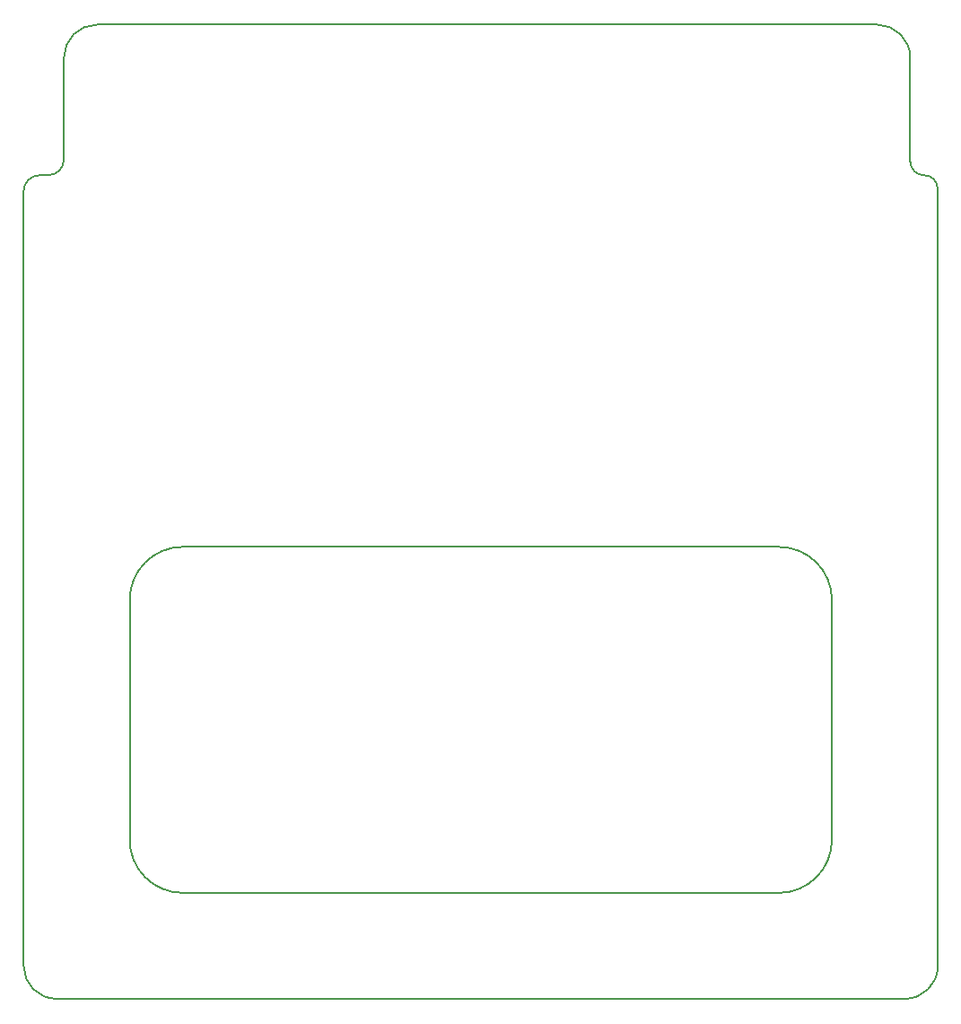
<source format=gm1>
G04 #@! TF.GenerationSoftware,KiCad,Pcbnew,5.1.6-1.fc32*
G04 #@! TF.CreationDate,2020-09-21T20:32:52-03:00*
G04 #@! TF.ProjectId,pc104-adapter-bottom,70633130-342d-4616-9461-707465722d62,v2.0*
G04 #@! TF.SameCoordinates,Original*
G04 #@! TF.FileFunction,Profile,NP*
%FSLAX46Y46*%
G04 Gerber Fmt 4.6, Leading zero omitted, Abs format (unit mm)*
G04 Created by KiCad (PCBNEW 5.1.6-1.fc32) date 2020-09-21 20:32:52*
%MOMM*%
%LPD*%
G01*
G04 APERTURE LIST*
G04 #@! TA.AperFunction,Profile*
%ADD10C,0.150000*%
G04 #@! TD*
G04 APERTURE END LIST*
D10*
X118270000Y-100400000D02*
X174530000Y-100400000D01*
X113270000Y-128040000D02*
X113270000Y-105400000D01*
X179530000Y-128040000D02*
X179530000Y-105400000D01*
X118270000Y-133040000D02*
X174530000Y-133040000D01*
X103270000Y-66836000D02*
X103270000Y-139936000D01*
X104770000Y-65336000D02*
X105570000Y-65336000D01*
X107070000Y-54236000D02*
X107070000Y-63836000D01*
X106370000Y-143036000D02*
X186430000Y-143036000D01*
X189520000Y-66636000D02*
X189530000Y-139936000D01*
X186920000Y-54236000D02*
X186920000Y-64036000D01*
X103270000Y-66836000D02*
G75*
G02*
X104770000Y-65336000I1500000J0D01*
G01*
X107070000Y-63836000D02*
G75*
G02*
X105570000Y-65336000I-1500000J0D01*
G01*
X188220000Y-65336000D02*
G75*
G02*
X189520000Y-66636000I0J-1300000D01*
G01*
X188220000Y-65336000D02*
G75*
G02*
X186920000Y-64036000I0J1300000D01*
G01*
X189530000Y-139936000D02*
G75*
G02*
X186430000Y-143036000I-3100000J0D01*
G01*
X106370000Y-143036000D02*
G75*
G02*
X103270000Y-139936000I0J3100000D01*
G01*
X183820000Y-51136000D02*
X110170000Y-51136000D01*
X183820000Y-51136000D02*
G75*
G02*
X186920000Y-54236000I0J-3100000D01*
G01*
X107070000Y-54236000D02*
G75*
G02*
X110170000Y-51136000I3100000J0D01*
G01*
X179530000Y-128040000D02*
G75*
G02*
X174530000Y-133040000I-5000000J0D01*
G01*
X118270000Y-133040000D02*
G75*
G02*
X113270000Y-128040000I0J5000000D01*
G01*
X174530000Y-100400000D02*
G75*
G02*
X179530000Y-105400000I0J-5000000D01*
G01*
X113270000Y-105400000D02*
G75*
G02*
X118270000Y-100400000I5000000J0D01*
G01*
M02*

</source>
